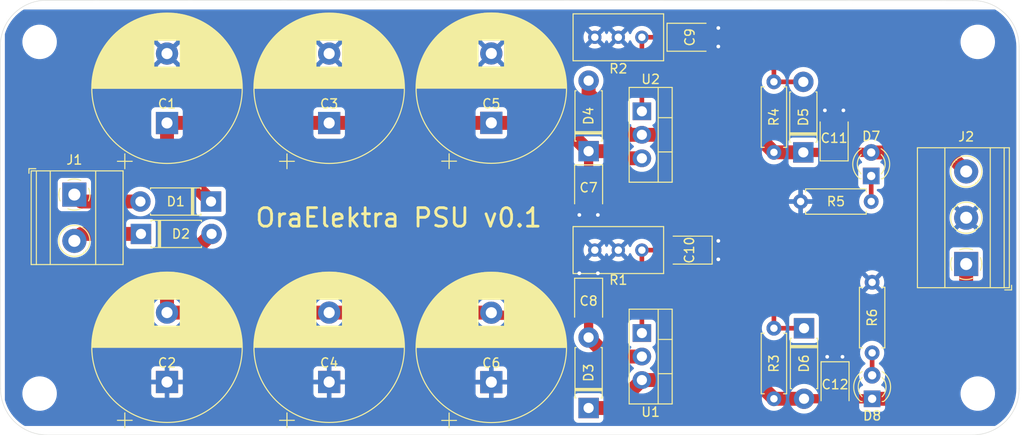
<source format=kicad_pcb>
(kicad_pcb (version 20240108) (generator "pcbnew") (generator_version "8.0")
  (layers (0 "F.Cu" signal) (31 "B.Cu" signal) (34 "B.Paste" user) (35 "F.Paste" user) (36 "B.SilkS" user "B.Silkscreen") (37 "F.SilkS" user "F.Silkscreen") (38 "B.Mask" user) (39 "F.Mask" user) (44 "Edge.Cuts" user))
  (net 0 "")
  (net 1 "GND")
  (net 2 "/POS_RECT")
  (net 3 "/NEG_RECT")
  (net 4 "/POS_ADJ")
  (net 5 "/NEG_ADJ")
  (net 6 "+12V")
  (net 7 "-12V")
  (net 8 "Net-(D1-A)")
  (net 9 "Net-(D2-K)")
  (net 10 "Net-(D7-K)")
  (net 11 "Net-(D8-A)")
  (footprint "MountingHole:MountingHole_3.2mm_M3" (layer "F.Cu") (at 66.25 91.5)
    (property "Reference" "MH2" (hide yes))
    (property "Value" "MountingHole")
    (pad "" np_thru_hole circle (at 0 0) (size 3.2 3.2) (drill 3.2) (layers "*.Cu" "*.Mask"))
  )
  (footprint "Package_TO_SOT_THT:TO-220-3_Vertical" (layer "F.Cu") (at 131.25 84.96 -90)
    (property "Reference" "U1" (at 8.54 -0.945 180) (layer "F.SilkS"))
    (property "Value" "LM337")
    (pad "1" thru_hole rect (at 0 0 270) (size 1.905 2) (drill 1.1) (layers "*.Cu" "*.Mask") (net 5 "/NEG_ADJ"))
    (pad "2" thru_hole oval (at 2.54 0 270) (size 1.905 2) (drill 1.1) (layers "*.Cu" "*.Mask") (net 3 "/NEG_RECT"))
    (pad "3" thru_hole oval (at 5.08 0 270) (size 1.905 2) (drill 1.1) (layers "*.Cu" "*.Mask") (net 7 "-12V"))
  )
  (footprint "Capacitor_Tantalum_SMD:CP_EIA-3528-15_AVX-H" (layer "F.Cu") (at 136.375 76 180)
    (property "Reference" "C10" (at 0 0 -90) (layer "F.SilkS"))
    (property "Value" "10u")
    (pad "1" smd roundrect (at -1.5375 0 180) (size 1.325 2.35) (layers "F.Cu" "F.Paste" "F.Mask") (roundrect_rratio 0.188679) (net 1 "GND"))
    (pad "2" smd roundrect (at 1.5375 0 180) (size 1.325 2.35) (layers "F.Cu" "F.Paste" "F.Mask") (roundrect_rratio 0.188679) (net 5 "/NEG_ADJ"))
  )
  (footprint "Capacitor_THT:CP_Radial_D16.0mm_P7.50mm" (layer "F.Cu") (at 97.5 90.25 90)
    (property "Reference" "C4" (at 2.062755 0 0) (layer "F.SilkS"))
    (property "Value" "4700u")
    (pad "1" thru_hole rect (at 0 0 90) (size 2.4 2.4) (drill 1.2) (layers "*.Cu" "*.Mask") (net 1 "GND"))
    (pad "2" thru_hole circle (at 7.5 0 90) (size 2.4 2.4) (drill 1.2) (layers "*.Cu" "*.Mask") (net 3 "/NEG_RECT"))
  )
  (footprint "Diode_THT:D_DO-41_SOD81_P7.62mm_Horizontal" (layer "F.Cu") (at 125.5 93.06 90)
    (property "Reference" "D3" (at 3.81 0 -90) (layer "F.SilkS"))
    (property "Value" "1N4002")
    (pad "1" thru_hole rect (at 0 0 90) (size 2.2 2.2) (drill 1.1) (layers "*.Cu" "*.Mask") (net 7 "-12V"))
    (pad "2" thru_hole oval (at 7.62 0 90) (size 2.2 2.2) (drill 1.1) (layers "*.Cu" "*.Mask") (net 3 "/NEG_RECT"))
  )
  (footprint "Capacitor_Tantalum_SMD:CP_EIA-3528-15_AVX-H" (layer "F.Cu") (at 136.425 53)
    (property "Reference" "C9" (at 0 0 90) (layer "F.SilkS"))
    (property "Value" "10u")
    (pad "1" smd roundrect (at -1.5375 0) (size 1.325 2.35) (layers "F.Cu" "F.Paste" "F.Mask") (roundrect_rratio 0.188679) (net 4 "/POS_ADJ"))
    (pad "2" smd roundrect (at 1.5375 0) (size 1.325 2.35) (layers "F.Cu" "F.Paste" "F.Mask") (roundrect_rratio 0.188679) (net 1 "GND"))
  )
  (footprint "TerminalBlock_Phoenix:TerminalBlock_Phoenix_MKDS-1,5-3_1x03_P5.00mm_Horizontal" (layer "F.Cu") (at 166.25 77.5 90)
    (property "Reference" "J2" (at 13.75 0 0) (layer "F.SilkS"))
    (property "Value" "Screw_Terminal_01x03")
    (pad "1" thru_hole rect (at 0 0 90) (size 2.6 2.6) (drill 1.3) (layers "*.Cu" "*.Mask") (net 7 "-12V"))
    (pad "2" thru_hole circle (at 5 0 90) (size 2.6 2.6) (drill 1.3) (layers "*.Cu" "*.Mask") (net 1 "GND"))
    (pad "3" thru_hole circle (at 10 0 90) (size 2.6 2.6) (drill 1.3) (layers "*.Cu" "*.Mask") (net 6 "+12V"))
  )
  (footprint "Package_TO_SOT_THT:TO-220-3_Vertical" (layer "F.Cu") (at 131.25 61 -90)
    (property "Reference" "U2" (at -3.46 -0.945 180) (layer "F.SilkS"))
    (property "Value" "LM317")
    (pad "1" thru_hole rect (at 0 0 270) (size 1.905 2) (drill 1.1) (layers "*.Cu" "*.Mask") (net 4 "/POS_ADJ"))
    (pad "2" thru_hole oval (at 2.54 0 270) (size 1.905 2) (drill 1.1) (layers "*.Cu" "*.Mask") (net 6 "+12V"))
    (pad "3" thru_hole oval (at 5.08 0 270) (size 1.905 2) (drill 1.1) (layers "*.Cu" "*.Mask") (net 2 "/POS_RECT"))
  )
  (footprint "Capacitor_THT:CP_Radial_D16.0mm_P7.50mm" (layer "F.Cu") (at 97.5 62.262755 90)
    (property "Reference" "C3" (at 2.062755 0 0) (layer "F.SilkS"))
    (property "Value" "4700u")
    (pad "1" thru_hole rect (at 0 0 90) (size 2.4 2.4) (drill 1.2) (layers "*.Cu" "*.Mask") (net 2 "/POS_RECT"))
    (pad "2" thru_hole circle (at 7.5 0 90) (size 2.4 2.4) (drill 1.2) (layers "*.Cu" "*.Mask") (net 1 "GND"))
  )
  (footprint "TerminalBlock_Phoenix:TerminalBlock_Phoenix_MKDS-1,5-2_1x02_P5.00mm_Horizontal" (layer "F.Cu") (at 70 70 -90)
    (property "Reference" "J1" (at -3.75 0 180) (layer "F.SilkS"))
    (property "Value" "Screw_Terminal_01x02")
    (pad "1" thru_hole rect (at 0 0 270) (size 2.6 2.6) (drill 1.3) (layers "*.Cu" "*.Mask") (net 8 "Net-(D1-A)"))
    (pad "2" thru_hole circle (at 5 0 270) (size 2.6 2.6) (drill 1.3) (layers "*.Cu" "*.Mask") (net 9 "Net-(D2-K)"))
  )
  (footprint "Capacitor_THT:CP_Radial_D16.0mm_P7.50mm" (layer "F.Cu") (at 115 90.262754 90)
    (property "Reference" "C6" (at 2.062755 0 0) (layer "F.SilkS"))
    (property "Value" "4700u")
    (pad "1" thru_hole rect (at 0 0 90) (size 2.4 2.4) (drill 1.2) (layers "*.Cu" "*.Mask") (net 1 "GND"))
    (pad "2" thru_hole circle (at 7.5 0 90) (size 2.4 2.4) (drill 1.2) (layers "*.Cu" "*.Mask") (net 3 "/NEG_RECT"))
  )
  (footprint "LED_THT:LED_D3.0mm" (layer "F.Cu") (at 156 67.99 90)
    (property "Reference" "D7" (at 4.29 0 0) (layer "F.SilkS"))
    (property "Value" "LED")
    (pad "1" thru_hole rect (at 0 0 90) (size 1.8 1.8) (drill 0.9) (layers "*.Cu" "*.Mask") (net 10 "Net-(D7-K)"))
    (pad "2" thru_hole circle (at 2.54 0 90) (size 1.8 1.8) (drill 0.9) (layers "*.Cu" "*.Mask") (net 6 "+12V"))
  )
  (footprint "Diode_THT:D_DO-41_SOD81_P7.62mm_Horizontal" (layer "F.Cu") (at 148.75 84.44 -90)
    (property "Reference" "D6" (at 3.81 0 90) (layer "F.SilkS"))
    (property "Value" "1N4002")
    (pad "1" thru_hole rect (at 0 0 270) (size 2.2 2.2) (drill 1.1) (layers "*.Cu" "*.Mask") (net 5 "/NEG_ADJ"))
    (pad "2" thru_hole oval (at 7.62 0 270) (size 2.2 2.2) (drill 1.1) (layers "*.Cu" "*.Mask") (net 7 "-12V"))
  )
  (footprint "Diode_THT:D_DO-41_SOD81_P7.62mm_Horizontal" (layer "F.Cu") (at 148.675 65.44 90)
    (property "Reference" "D5" (at 3.81 0 -90) (layer "F.SilkS"))
    (property "Value" "1N4002")
    (pad "1" thru_hole rect (at 0 0 90) (size 2.2 2.2) (drill 1.1) (layers "*.Cu" "*.Mask") (net 6 "+12V"))
    (pad "2" thru_hole oval (at 7.62 0 90) (size 2.2 2.2) (drill 1.1) (layers "*.Cu" "*.Mask") (net 4 "/POS_ADJ"))
  )
  (footprint "Diode_THT:D_DO-41_SOD81_P7.62mm_Horizontal" (layer "F.Cu") (at 77.19 74.25)
    (property "Reference" "D2" (at 4.31 0 0) (layer "F.SilkS"))
    (property "Value" "1N4002")
    (pad "1" thru_hole rect (at 0 0) (size 2.2 2.2) (drill 1.1) (layers "*.Cu" "*.Mask") (net 9 "Net-(D2-K)"))
    (pad "2" thru_hole oval (at 7.62 0) (size 2.2 2.2) (drill 1.1) (layers "*.Cu" "*.Mask") (net 3 "/NEG_RECT"))
  )
  (footprint "Capacitor_THT:CP_Radial_D16.0mm_P7.50mm" (layer "F.Cu") (at 115 62.25 90)
    (property "Reference" "C5" (at 2.062755 0 0) (layer "F.SilkS"))
    (property "Value" "4700u")
    (pad "1" thru_hole rect (at 0 0 90) (size 2.4 2.4) (drill 1.2) (layers "*.Cu" "*.Mask") (net 2 "/POS_RECT"))
    (pad "2" thru_hole circle (at 7.5 0 90) (size 2.4 2.4) (drill 1.2) (layers "*.Cu" "*.Mask") (net 1 "GND"))
  )
  (footprint "Diode_THT:D_DO-41_SOD81_P7.62mm_Horizontal" (layer "F.Cu") (at 84.75 70.75 180)
    (property "Reference" "D1" (at 3.81 0 180) (layer "F.SilkS"))
    (property "Value" "1N4002")
    (pad "1" thru_hole rect (at 0 0 180) (size 2.2 2.2) (drill 1.1) (layers "*.Cu" "*.Mask") (net 2 "/POS_RECT"))
    (pad "2" thru_hole oval (at 7.62 0 180) (size 2.2 2.2) (drill 1.1) (layers "*.Cu" "*.Mask") (net 8 "Net-(D1-A)"))
  )
  (footprint "MountingHole:MountingHole_3.2mm_M3" (layer "F.Cu") (at 167.5 91.5)
    (property "Reference" "MH4" (hide yes))
    (property "Value" "MountingHole")
    (pad "" np_thru_hole circle (at 0 0) (size 3.2 3.2) (drill 3.2) (layers "*.Cu" "*.Mask"))
  )
  (footprint "Capacitor_Tantalum_SMD:CP_EIA-3528-15_AVX-H" (layer "F.Cu") (at 125.5 81.4975 -90)
    (property "Reference" "C8" (at 0 0 180) (layer "F.SilkS"))
    (property "Value" "1u")
    (pad "1" smd roundrect (at -1.5375 0 270) (size 1.325 2.35) (layers "F.Cu" "F.Paste" "F.Mask") (roundrect_rratio 0.188679) (net 1 "GND"))
    (pad "2" smd roundrect (at 1.5375 0 270) (size 1.325 2.35) (layers "F.Cu" "F.Paste" "F.Mask") (roundrect_rratio 0.188679) (net 3 "/NEG_RECT"))
  )
  (footprint "Resistor_THT:R_Axial_DIN0207_L6.3mm_D2.5mm_P7.62mm_Horizontal" (layer "F.Cu") (at 145.5 92.06 90)
    (property "Reference" "R3" (at 3.81 0 -90) (layer "F.SilkS"))
    (property "Value" "120")
    (pad "1" thru_hole circle (at 0 0 90) (size 1.6 1.6) (drill 0.8) (layers "*.Cu" "*.Mask") (net 7 "-12V"))
    (pad "2" thru_hole oval (at 7.62 0 90) (size 1.6 1.6) (drill 0.8) (layers "*.Cu" "*.Mask") (net 5 "/NEG_ADJ"))
  )
  (footprint "MountingHole:MountingHole_3.2mm_M3" (layer "F.Cu") (at 66.25 53.5)
    (property "Reference" "MH1" (hide yes))
    (property "Value" "MountingHole")
    (pad "" np_thru_hole circle (at 0 0) (size 3.2 3.2) (drill 3.2) (layers "*.Cu" "*.Mask"))
  )
  (footprint "Capacitor_Tantalum_SMD:CP_EIA-3528-15_AVX-H" (layer "F.Cu") (at 152.1 90.525 -90)
    (property "Reference" "C12" (at 0 0 180) (layer "F.SilkS"))
    (property "Value" "1u")
    (pad "1" smd roundrect (at -1.5375 0 270) (size 1.325 2.35) (layers "F.Cu" "F.Paste" "F.Mask") (roundrect_rratio 0.188679) (net 1 "GND"))
    (pad "2" smd roundrect (at 1.5375 0 270) (size 1.325 2.35) (layers "F.Cu" "F.Paste" "F.Mask") (roundrect_rratio 0.188679) (net 7 "-12V"))
  )
  (footprint "Resistor_THT:R_Axial_DIN0207_L6.3mm_D2.5mm_P7.62mm_Horizontal" (layer "F.Cu") (at 156 70.75 180)
    (property "Reference" "R5" (at 3.81 0 180) (layer "F.SilkS"))
    (property "Value" "1k")
    (pad "1" thru_hole circle (at 0 0 180) (size 1.6 1.6) (drill 0.8) (layers "*.Cu" "*.Mask") (net 10 "Net-(D7-K)"))
    (pad "2" thru_hole oval (at 7.62 0 180) (size 1.6 1.6) (drill 0.8) (layers "*.Cu" "*.Mask") (net 1 "GND"))
  )
  (footprint "Capacitor_Tantalum_SMD:CP_EIA-3528-15_AVX-H" (layer "F.Cu") (at 125.5 69.25 -90)
    (property "Reference" "C7" (at 0 0 180) (layer "F.SilkS"))
    (property "Value" "1u")
    (pad "1" smd roundrect (at -1.5375 0 270) (size 1.325 2.35) (layers "F.Cu" "F.Paste" "F.Mask") (roundrect_rratio 0.188679) (net 2 "/POS_RECT"))
    (pad "2" smd roundrect (at 1.5375 0 270) (size 1.325 2.35) (layers "F.Cu" "F.Paste" "F.Mask") (roundrect_rratio 0.188679) (net 1 "GND"))
  )
  (footprint "Resistor_THT:R_Axial_DIN0207_L6.3mm_D2.5mm_P7.62mm_Horizontal" (layer "F.Cu") (at 145.5 65.435 90)
    (property "Reference" "R4" (at 3.81 0 -90) (layer "F.SilkS"))
    (property "Value" "240")
    (pad "1" thru_hole circle (at 0 0 90) (size 1.6 1.6) (drill 0.8) (layers "*.Cu" "*.Mask") (net 6 "+12V"))
    (pad "2" thru_hole oval (at 7.62 0 90) (size 1.6 1.6) (drill 0.8) (layers "*.Cu" "*.Mask") (net 4 "/POS_ADJ"))
  )
  (footprint "Capacitor_THT:CP_Radial_D16.0mm_P7.50mm" (layer "F.Cu") (at 80 62.262755 90)
    (property "Reference" "C1" (at 2.062755 0 0) (layer "F.SilkS"))
    (property "Value" "4700u")
    (pad "1" thru_hole rect (at 0 0 90) (size 2.4 2.4) (drill 1.2) (layers "*.Cu" "*.Mask") (net 2 "/POS_RECT"))
    (pad "2" thru_hole circle (at 7.5 0 90) (size 2.4 2.4) (drill 1.2) (layers "*.Cu" "*.Mask") (net 1 "GND"))
  )
  (footprint "Capacitor_THT:CP_Radial_D16.0mm_P7.50mm" (layer "F.Cu") (at 80 90.25 90)
    (property "Reference" "C2" (at 2.062755 0 0) (layer "F.SilkS"))
    (property "Value" "4700u")
    (pad "1" thru_hole rect (at 0 0 90) (size 2.4 2.4) (drill 1.2) (layers "*.Cu" "*.Mask") (net 1 "GND"))
    (pad "2" thru_hole circle (at 7.5 0 90) (size 2.4 2.4) (drill 1.2) (layers "*.Cu" "*.Mask") (net 3 "/NEG_RECT"))
  )
  (footprint "Diode_THT:D_DO-41_SOD81_P7.62mm_Horizontal" (layer "F.Cu") (at 125.5 65.31 90)
    (property "Reference" "D4" (at 3.81 0 -90) (layer "F.SilkS"))
    (property "Value" "1N4002")
    (pad "1" thru_hole rect (at 0 0 90) (size 2.2 2.2) (drill 1.1) (layers "*.Cu" "*.Mask") (net 2 "/POS_RECT"))
    (pad "2" thru_hole oval (at 7.62 0 90) (size 2.2 2.2) (drill 1.1) (layers "*.Cu" "*.Mask") (net 6 "+12V"))
  )
  (footprint "MountingHole:MountingHole_3.2mm_M3" (layer "F.Cu") (at 167.5 53.5)
    (property "Reference" "MH3" (hide yes))
    (property "Value" "MountingHole")
    (pad "" np_thru_hole circle (at 0 0) (size 3.2 3.2) (drill 3.2) (layers "*.Cu" "*.Mask"))
  )
  (footprint "Resistor_THT:R_Axial_DIN0207_L6.3mm_D2.5mm_P7.62mm_Horizontal" (layer "F.Cu") (at 156.1 79.48 -90)
    (property "Reference" "R6" (at 3.81 0 90) (layer "F.SilkS"))
    (property "Value" "1k")
    (pad "1" thru_hole circle (at 0 0 270) (size 1.6 1.6) (drill 0.8) (layers "*.Cu" "*.Mask") (net 1 "GND"))
    (pad "2" thru_hole oval (at 7.62 0 270) (size 1.6 1.6) (drill 0.8) (layers "*.Cu" "*.Mask") (net 11 "Net-(D8-A)"))
  )
  (footprint "Potentiometer_THT:Potentiometer_Bourns_3296W_Vertical" (layer "F.Cu") (at 126.17 76 180)
    (property "Reference" "R1" (at -2.54 -3.235 180) (layer "F.SilkS"))
    (property "Value" "5k")
    (pad "1" thru_hole circle (at 0 0 180) (size 1.44 1.44) (drill 0.8) (layers "*.Cu" "*.Mask") (net 1 "GND"))
    (pad "2" thru_hole circle (at -2.54 0 180) (size 1.44 1.44) (drill 0.8) (layers "*.Cu" "*.Mask") (net 1 "GND"))
    (pad "3" thru_hole circle (at -5.08 0 180) (size 1.44 1.44) (drill 0.8) (layers "*.Cu" "*.Mask") (net 5 "/NEG_ADJ"))
  )
  (footprint "LED_THT:LED_D3.0mm" (layer "F.Cu") (at 156.1 92.065 90)
    (property "Reference" "D8" (at -1.835 0 0) (layer "F.SilkS"))
    (property "Value" "LED")
    (pad "1" thru_hole rect (at 0 0 90) (size 1.8 1.8) (drill 0.9) (layers "*.Cu" "*.Mask") (net 7 "-12V"))
    (pad "2" thru_hole circle (at 2.54 0 90) (size 1.8 1.8) (drill 0.9) (layers "*.Cu" "*.Mask") (net 11 "Net-(D8-A)"))
  )
  (footprint "Potentiometer_THT:Potentiometer_Bourns_3296W_Vertical" (layer "F.Cu") (at 131.25 53)
    (property "Reference" "R2" (at -2.54 3.4 0) (layer "F.SilkS"))
    (property "Value" "5k")
    (pad "1" thru_hole circle (at 0 0) (size 1.44 1.44) (drill 0.8) (layers "*.Cu" "*.Mask") (net 4 "/POS_ADJ"))
    (pad "2" thru_hole circle (at -2.54 0) (size 1.44 1.44) (drill 0.8) (layers "*.Cu" "*.Mask") (net 1 "GND"))
    (pad "3" thru_hole circle (at -5.08 0) (size 1.44 1.44) (drill 0.8) (layers "*.Cu" "*.Mask") (net 1 "GND"))
  )
  (footprint "Capacitor_Tantalum_SMD:CP_EIA-3528-15_AVX-H" (layer "F.Cu") (at 152 63.9 90)
    (property "Reference" "C11" (at 0 0 0) (layer "F.SilkS"))
    (property "Value" "1u")
    (pad "1" smd roundrect (at -1.5375 0 90) (size 1.325 2.35) (layers "F.Cu" "F.Paste" "F.Mask") (roundrect_rratio 0.188679) (net 6 "+12V"))
    (pad "2" smd roundrect (at 1.5375 0 90) (size 1.325 2.35) (layers "F.Cu" "F.Paste" "F.Mask") (roundrect_rratio 0.188679) (net 1 "GND"))
  )
  (gr_line (start 171.964466 54.035534) (end 171.964466 90.964466) (stroke (width 0.05)) (layer "Edge.Cuts"))
  (gr_arc (start 62 54) (mid 63.464466 50.464466) (end 67 49) (stroke (width 0.05)) (layer "Edge.Cuts"))
  (gr_line (start 62.035534 90.964466) (end 62 54) (stroke (width 0.05)) (layer "Edge.Cuts"))
  (gr_arc (start 171.964466 90.964466) (mid 170.5 94.5) (end 166.964466 95.964466) (stroke (width 0.05)) (layer "Edge.Cuts"))
  (gr_line (start 67 49) (end 166.964466 49.035534) (stroke (width 0.05)) (layer "Edge.Cuts"))
  (gr_arc (start 166.964466 49.035534) (mid 170.5 50.5) (end 171.964466 54.035534) (stroke (width 0.05)) (layer "Edge.Cuts"))
  (gr_line (start 166.964466 95.964466) (end 67.035534 95.964466) (stroke (width 0.05)) (layer "Edge.Cuts"))
  (gr_arc (start 67.035534 95.964466) (mid 63.5 94.5) (end 62.035534 90.964466) (stroke (width 0.05)) (layer "Edge.Cuts"))
  (gr_text "OraElektra PSU v0.1" (at 105 72.5 0) (layer "F.SilkS") (effects (font (size 2 2) (thickness 0.3))))
  (segment (start 151.25 88.1375) (end 152.1 88.9875) (width 1) (layer "F.Cu") (net 1))
  (segment (start 139.5 52) (end 139.0375 52) (width 1) (layer "F.Cu") (net 1))
  (segment (start 139.5 77) (end 139 77) (width 1) (layer "F.Cu") (net 1))
  (segment (start 152.9 87.525) (end 152.9 88.1875) (width 1) (layer "F.Cu") (net 1))
  (segment (start 153 61.3625) (end 152 62.3625) (width 1) (layer "F.Cu") (net 1))
  (segment (start 152.9 88.1875) (end 152.1 88.9875) (width 1) (layer "F.Cu") (net 1))
  (segment (start 139.5 75) (end 139 75) (width 1) (layer "F.Cu") (net 1))
  (segment (start 126.5 78.5) (end 126.5 78.96) (width 1) (layer "F.Cu") (net 1))
  (segment (start 151 61.3625) (end 152 62.3625) (width 1) (layer "F.Cu") (net 1))
  (segment (start 139 75) (end 138 76) (width 1) (layer "F.Cu") (net 1))
  (segment (start 151.25 87.525) (end 151.25 88.1375) (width 1) (layer "F.Cu") (net 1))
  (segment (start 139 77) (end 138 76) (width 1) (layer "F.Cu") (net 1))
  (segment (start 126.5 71.7875) (end 125.5 70.7875) (width 1) (layer "F.Cu") (net 1))
  (segment (start 139.0375 52) (end 138.0375 53) (width 1) (layer "F.Cu") (net 1))
  (segment (start 151 60.9) (end 151 61.3625) (width 1) (layer "F.Cu") (net 1))
  (segment (start 124.5 78.96) (end 125.5 79.96) (width 1) (layer "F.Cu") (net 1))
  (segment (start 139.0375 54) (end 138.0375 53) (width 1) (layer "F.Cu") (net 1))
  (segment (start 139.5 54) (end 139.0375 54) (width 1) (layer "F.Cu") (net 1))
  (segment (start 124.5 71.7875) (end 125.5 70.7875) (width 1) (layer "F.Cu") (net 1))
  (segment (start 124.5 78.5) (end 124.5 78.96) (width 1) (layer "F.Cu") (net 1))
  (segment (start 124.5 72.2) (end 124.5 71.7875) (width 1) (layer "F.Cu") (net 1))
  (segment (start 126.5 78.96) (end 125.5 79.96) (width 1) (layer "F.Cu") (net 1))
  (segment (start 153 60.9) (end 153 61.3625) (width 1) (layer "F.Cu") (net 1))
  (segment (start 126.5 72.2) (end 126.5 71.7875) (width 1) (layer "F.Cu") (net 1))
  (via (at 124.5 78.5) (size 0.9) (drill 0.4) (layers "F.Cu" "B.Cu") (net 1))
  (via (at 151 60.9) (size 0.9) (drill 0.4) (layers "F.Cu" "B.Cu") (net 1))
  (via (at 126.5 78.5) (size 0.9) (drill 0.4) (layers "F.Cu" "B.Cu") (net 1))
  (via (at 124.5 72.2) (size 0.9) (drill 0.4) (layers "F.Cu" "B.Cu") (net 1))
  (via (at 152.9 87.525) (size 0.9) (drill 0.4) (layers "F.Cu" "B.Cu") (net 1))
  (via (at 139.5 77) (size 0.9) (drill 0.4) (layers "F.Cu" "B.Cu") (net 1))
  (via (at 126.5 72.2) (size 0.9) (drill 0.4) (layers "F.Cu" "B.Cu") (net 1))
  (via (at 151.25 87.525) (size 0.9) (drill 0.4) (layers "F.Cu" "B.Cu") (net 1))
  (via (at 139.5 54) (size 0.9) (drill 0.4) (layers "F.Cu" "B.Cu") (net 1))
  (via (at 139.5 75) (size 0.9) (drill 0.4) (layers "F.Cu" "B.Cu") (net 1))
  (via (at 153 60.9) (size 0.9) (drill 0.4) (layers "F.Cu" "B.Cu") (net 1))
  (via (at 139.5 52) (size 0.9) (drill 0.4) (layers "F.Cu" "B.Cu") (net 1))
  (segment (start 80 66) (end 80 62.262755) (width 1.5) (layer "F.Cu") (net 2))
  (segment (start 84.75 70.75) (end 80 66) (width 1.5) (layer "F.Cu") (net 2))
  (segment (start 80 62.262755) (end 81.037755 62.262755) (width 1.5) (layer "F.Cu") (net 2))
  (segment (start 81.05051 62.25) (end 115 62.25) (width 1.5) (layer "F.Cu") (net 2))
  (segment (start 125.5 67.7125) (end 125.5 65.31) (width 1) (layer "F.Cu") (net 2))
  (segment (start 129.08 66.08) (end 128.31 65.31) (width 1.5) (layer "F.Cu") (net 2))
  (segment (start 128.31 65.31) (end 125.5 65.31) (width 1.5) (layer "F.Cu") (net 2))
  (segment (start 122.44 62.25) (end 125.5 65.31) (width 1.5) (layer "F.Cu") (net 2))
  (segment (start 81.037755 62.262755) (end 81.05051 62.25) (width 1.5) (layer "F.Cu") (net 2))
  (segment (start 131.25 66.08) (end 129.08 66.08) (width 1.5) (layer "F.Cu") (net 2))
  (segment (start 115 62.25) (end 122.44 62.25) (width 1.5) (layer "F.Cu") (net 2))
  (segment (start 125.5 85.44) (end 127.56 87.5) (width 1.5) (layer "F.Cu") (net 3))
  (segment (start 84.81 74.25) (end 80 79.06) (width 1.5) (layer "F.Cu") (net 3))
  (segment (start 80 82.75) (end 114.987246 82.75) (width 1.5) (layer "F.Cu") (net 3))
  (segment (start 115.272246 83.035) (end 115 82.762754) (width 1) (layer "F.Cu") (net 3))
  (segment (start 125.5 85.44) (end 125.5 83.035) (width 1) (layer "F.Cu") (net 3))
  (segment (start 80 79.06) (end 80 82.75) (width 1.5) (layer "F.Cu") (net 3))
  (segment (start 125.5 83.035) (end 115.272246 83.035) (width 1) (layer "F.Cu") (net 3))
  (segment (start 114.987246 82.75) (end 115 82.762754) (width 1.5) (layer "F.Cu") (net 3))
  (segment (start 127.56 87.5) (end 131.25 87.5) (width 1.5) (layer "F.Cu") (net 3))
  (segment (start 148.675 57.82) (end 145.505 57.82) (width 0.5) (layer "F.Cu") (net 4))
  (segment (start 134.8875 53) (end 134.8875 54.7875) (width 0.5) (layer "F.Cu") (net 4))
  (segment (start 135.7 55.6) (end 144.6 55.6) (width 0.5) (layer "F.Cu") (net 4))
  (segment (start 134.8875 54.7875) (end 135.7 55.6) (width 0.5) (layer "F.Cu") (net 4))
  (segment (start 145.5 56.5) (end 145.5 57.815) (width 0.5) (layer "F.Cu") (net 4))
  (segment (start 131.25 53) (end 134.8875 53) (width 0.5) (layer "F.Cu") (net 4))
  (segment (start 145.505 57.82) (end 145.5 57.815) (width 0.5) (layer "F.Cu") (net 4))
  (segment (start 131.25 61) (end 131.25 53) (width 0.5) (layer "F.Cu") (net 4))
  (segment (start 144.6 55.6) (end 145.5 56.5) (width 0.5) (layer "F.Cu") (net 4))
  (segment (start 131.25 84.96) (end 131.25 76) (width 0.5) (layer "F.Cu") (net 5))
  (segment (start 134.8375 76) (end 134.8375 77.8375) (width 0.5) (layer "F.Cu") (net 5))
  (segment (start 134.8375 77.8375) (end 135.5 78.5) (width 0.5) (layer "F.Cu") (net 5))
  (segment (start 145.5 81) (end 145.5 84.44) (width 0.5) (layer "F.Cu") (net 5))
  (segment (start 148.75 84.44) (end 145.5 84.44) (width 0.5) (layer "F.Cu") (net 5))
  (segment (start 143 78.5) (end 145.5 81) (width 0.5) (layer "F.Cu") (net 5))
  (segment (start 131.25 76) (end 134.8375 76) (width 0.5) (layer "F.Cu") (net 5))
  (segment (start 135.5 78.5) (end 143 78.5) (width 0.5) (layer "F.Cu") (net 5))
  (segment (start 148.675 65.44) (end 151.9975 65.44) (width 1) (layer "F.Cu") (net 6))
  (segment (start 143.605 63.54) (end 145.5 65.435) (width 1.5) (layer "F.Cu") (net 6))
  (segment (start 131.25 63.54) (end 143.605 63.54) (width 1.5) (layer "F.Cu") (net 6))
  (segment (start 152 65.4375) (end 155.9875 65.4375) (width 1) (layer "F.Cu") (net 6))
  (segment (start 166.25 67.5) (end 164.2 65.45) (width 1.5) (layer "F.Cu") (net 6))
  (segment (start 155.9875 65.4375) (end 156 65.45) (width 1) (layer "F.Cu") (net 6))
  (segment (start 129.9375 63.54) (end 125.5 59.1025) (width 1.5) (layer "F.Cu") (net 6))
  (segment (start 148.67 65.435) (end 148.675 65.44) (width 1.5) (layer "F.Cu") (net 6))
  (segment (start 131.25 63.54) (end 129.9375 63.54) (width 1.5) (layer "F.Cu") (net 6))
  (segment (start 145.5 65.435) (end 148.67 65.435) (width 1.5) (layer "F.Cu") (net 6))
  (segment (start 151.9975 65.44) (end 152 65.4375) (width 1) (layer "F.Cu") (net 6))
  (segment (start 125.5 59.1025) (end 125.5 57.69) (width 1.5) (layer "F.Cu") (net 6))
  (segment (start 164.2 65.45) (end 156 65.45) (width 1.5) (layer "F.Cu") (net 6))
  (segment (start 166.25 84.315) (end 166.25 77.5) (width 1.5) (layer "F.Cu") (net 7))
  (segment (start 152.1025 92.065) (end 152.1 92.0625) (width 1) (layer "F.Cu") (net 7))
  (segment (start 125.5 93.06) (end 128.23 93.06) (width 1.5) (layer "F.Cu") (net 7))
  (segment (start 143.48 90.04) (end 145.5 92.06) (width 1.5) (layer "F.Cu") (net 7))
  (segment (start 145.5 92.06) (end 148.75 92.06) (width 1.5) (layer "F.Cu") (net 7))
  (segment (start 148.75 92.06) (end 152.0975 92.06) (width 1) (layer "F.Cu") (net 7))
  (segment (start 158.5 92.065) (end 166.25 84.315) (width 1.5) (layer "F.Cu") (net 7))
  (segment (start 156.1 92.065) (end 152.1025 92.065) (width 1) (layer "F.Cu") (net 7))
  (segment (start 152.0975 92.06) (end 152.1 92.0625) (width 1) (layer "F.Cu") (net 7))
  (segment (start 128.23 93.06) (end 131.25 90.04) (width 1.5) (layer "F.Cu") (net 7))
  (segment (start 131.25 90.04) (end 143.48 90.04) (width 1.5) (layer "F.Cu") (net 7))
  (segment (start 156.1 92.065) (end 158.5 92.065) (width 1.5) (layer "F.Cu") (net 7))
  (segment (start 70 70) (end 70.75 70.75) (width 1.5) (layer "F.Cu") (net 8))
  (segment (start 70.75 70.75) (end 77.13 70.75) (width 1.5) (layer "F.Cu") (net 8))
  (segment (start 70 75) (end 70.75 74.25) (width 1.5) (layer "F.Cu") (net 9))
  (segment (start 70.75 74.25) (end 77.19 74.25) (width 1.5) (layer "F.Cu") (net 9))
  (segment (start 156 67.99) (end 156 70.75) (width 0.5) (layer "F.Cu") (net 10))
  (segment (start 156.1 89.525) (end 156.1 87.1) (width 0.5) (layer "F.Cu") (net 11))
  (zone (net 1) (net_name "GND") (layer "B.Cu") (connect_pads (clearance 0.5)) (min_thickness 0.25) (fill yes (thermal_gap 0.5) (thermal_bridge_width 0.5))
    (polygon (pts (xy 62.5 50) (xy 62.5 95) (xy 172.5 95) (xy 172.5 50)))
  )
)
</source>
